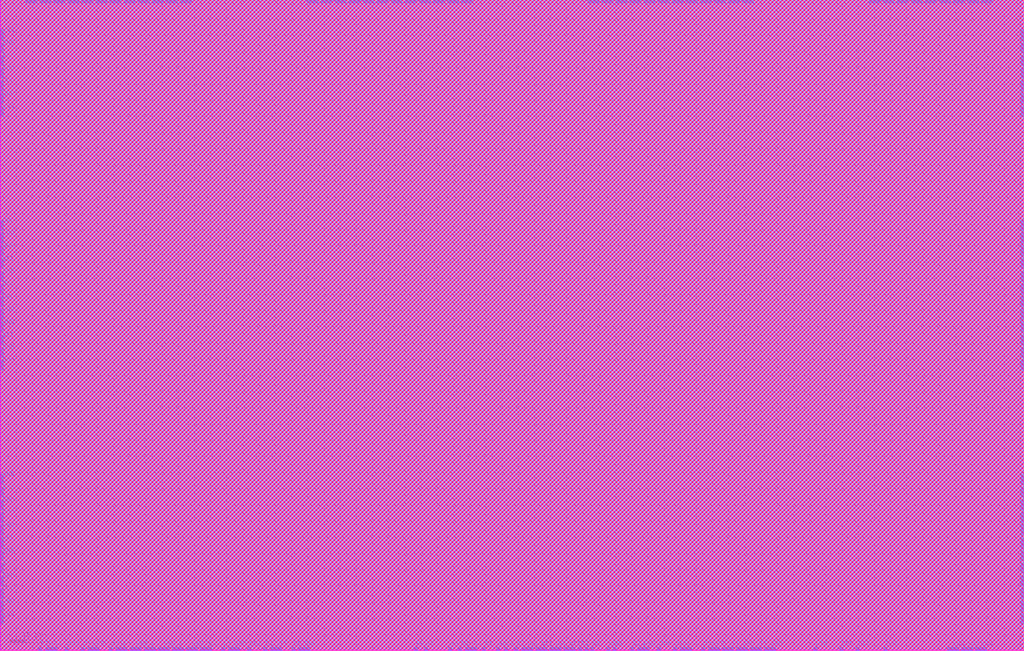
<source format=lef>
# 
#              Synchronous High Speed Single Port SRAM Compiler 
# 
#                    UMC 0.18um GenericII Logic Process
#    __________________________________________________________________________
# 
# 
#      (C) Copyright 2002-2009 Faraday Technology Corp. All Rights Reserved.
#    
#    This source code is an unpublished work belongs to Faraday Technology
#    Corp.  It is considered a trade secret and is not to be divulged or
#    used by parties who have not received written authorization from
#    Faraday Technology Corp.
#    
#    Faraday's home page can be found at:
#    http://www.faraday-tech.com/
#   
#       Module Name      : MEM5x5
#       Words            : 416
#       Bits             : 8
#       Byte-Write       : 1
#       Aspect Ratio     : 2
#       Output Loading   : 0.05  (pf)
#       Data Slew        : 0.02  (ns)
#       CK Slew          : 0.02  (ns)
#       Power Ring Width : 2  (um)
# 
# -----------------------------------------------------------------------------
# 
#       Library          : FSA0M_A
#       Memaker          : 200901.2.1
#       Date             : 2023/11/28 01:36:31
# 
# -----------------------------------------------------------------------------


NAMESCASESENSITIVE ON ;
MACRO MEM5x5
CLASS BLOCK ;
FOREIGN MEM5x5 0.000 0.000 ;
ORIGIN 0.000 0.000 ;
SIZE 316.200 BY 201.040 ;
SYMMETRY x y r90 ;
SITE core_5040 ;
PIN VCC
  DIRECTION INOUT ;
  USE POWER ;
  SHAPE ABUTMENT ;
 PORT
  LAYER metal4 ;
  RECT 315.080 188.500 316.200 191.740 ;
  LAYER metal3 ;
  RECT 315.080 188.500 316.200 191.740 ;
  LAYER metal2 ;
  RECT 315.080 188.500 316.200 191.740 ;
  LAYER metal1 ;
  RECT 315.080 188.500 316.200 191.740 ;
 END
 PORT
  LAYER metal4 ;
  RECT 315.080 180.660 316.200 183.900 ;
  LAYER metal3 ;
  RECT 315.080 180.660 316.200 183.900 ;
  LAYER metal2 ;
  RECT 315.080 180.660 316.200 183.900 ;
  LAYER metal1 ;
  RECT 315.080 180.660 316.200 183.900 ;
 END
 PORT
  LAYER metal4 ;
  RECT 315.080 172.820 316.200 176.060 ;
  LAYER metal3 ;
  RECT 315.080 172.820 316.200 176.060 ;
  LAYER metal2 ;
  RECT 315.080 172.820 316.200 176.060 ;
  LAYER metal1 ;
  RECT 315.080 172.820 316.200 176.060 ;
 END
 PORT
  LAYER metal4 ;
  RECT 315.080 164.980 316.200 168.220 ;
  LAYER metal3 ;
  RECT 315.080 164.980 316.200 168.220 ;
  LAYER metal2 ;
  RECT 315.080 164.980 316.200 168.220 ;
  LAYER metal1 ;
  RECT 315.080 164.980 316.200 168.220 ;
 END
 PORT
  LAYER metal4 ;
  RECT 315.080 125.780 316.200 129.020 ;
  LAYER metal3 ;
  RECT 315.080 125.780 316.200 129.020 ;
  LAYER metal2 ;
  RECT 315.080 125.780 316.200 129.020 ;
  LAYER metal1 ;
  RECT 315.080 125.780 316.200 129.020 ;
 END
 PORT
  LAYER metal4 ;
  RECT 315.080 117.940 316.200 121.180 ;
  LAYER metal3 ;
  RECT 315.080 117.940 316.200 121.180 ;
  LAYER metal2 ;
  RECT 315.080 117.940 316.200 121.180 ;
  LAYER metal1 ;
  RECT 315.080 117.940 316.200 121.180 ;
 END
 PORT
  LAYER metal4 ;
  RECT 315.080 110.100 316.200 113.340 ;
  LAYER metal3 ;
  RECT 315.080 110.100 316.200 113.340 ;
  LAYER metal2 ;
  RECT 315.080 110.100 316.200 113.340 ;
  LAYER metal1 ;
  RECT 315.080 110.100 316.200 113.340 ;
 END
 PORT
  LAYER metal4 ;
  RECT 315.080 102.260 316.200 105.500 ;
  LAYER metal3 ;
  RECT 315.080 102.260 316.200 105.500 ;
  LAYER metal2 ;
  RECT 315.080 102.260 316.200 105.500 ;
  LAYER metal1 ;
  RECT 315.080 102.260 316.200 105.500 ;
 END
 PORT
  LAYER metal4 ;
  RECT 315.080 94.420 316.200 97.660 ;
  LAYER metal3 ;
  RECT 315.080 94.420 316.200 97.660 ;
  LAYER metal2 ;
  RECT 315.080 94.420 316.200 97.660 ;
  LAYER metal1 ;
  RECT 315.080 94.420 316.200 97.660 ;
 END
 PORT
  LAYER metal4 ;
  RECT 315.080 86.580 316.200 89.820 ;
  LAYER metal3 ;
  RECT 315.080 86.580 316.200 89.820 ;
  LAYER metal2 ;
  RECT 315.080 86.580 316.200 89.820 ;
  LAYER metal1 ;
  RECT 315.080 86.580 316.200 89.820 ;
 END
 PORT
  LAYER metal4 ;
  RECT 315.080 47.380 316.200 50.620 ;
  LAYER metal3 ;
  RECT 315.080 47.380 316.200 50.620 ;
  LAYER metal2 ;
  RECT 315.080 47.380 316.200 50.620 ;
  LAYER metal1 ;
  RECT 315.080 47.380 316.200 50.620 ;
 END
 PORT
  LAYER metal4 ;
  RECT 315.080 39.540 316.200 42.780 ;
  LAYER metal3 ;
  RECT 315.080 39.540 316.200 42.780 ;
  LAYER metal2 ;
  RECT 315.080 39.540 316.200 42.780 ;
  LAYER metal1 ;
  RECT 315.080 39.540 316.200 42.780 ;
 END
 PORT
  LAYER metal4 ;
  RECT 315.080 31.700 316.200 34.940 ;
  LAYER metal3 ;
  RECT 315.080 31.700 316.200 34.940 ;
  LAYER metal2 ;
  RECT 315.080 31.700 316.200 34.940 ;
  LAYER metal1 ;
  RECT 315.080 31.700 316.200 34.940 ;
 END
 PORT
  LAYER metal4 ;
  RECT 315.080 23.860 316.200 27.100 ;
  LAYER metal3 ;
  RECT 315.080 23.860 316.200 27.100 ;
  LAYER metal2 ;
  RECT 315.080 23.860 316.200 27.100 ;
  LAYER metal1 ;
  RECT 315.080 23.860 316.200 27.100 ;
 END
 PORT
  LAYER metal4 ;
  RECT 315.080 16.020 316.200 19.260 ;
  LAYER metal3 ;
  RECT 315.080 16.020 316.200 19.260 ;
  LAYER metal2 ;
  RECT 315.080 16.020 316.200 19.260 ;
  LAYER metal1 ;
  RECT 315.080 16.020 316.200 19.260 ;
 END
 PORT
  LAYER metal4 ;
  RECT 315.080 8.180 316.200 11.420 ;
  LAYER metal3 ;
  RECT 315.080 8.180 316.200 11.420 ;
  LAYER metal2 ;
  RECT 315.080 8.180 316.200 11.420 ;
  LAYER metal1 ;
  RECT 315.080 8.180 316.200 11.420 ;
 END
 PORT
  LAYER metal4 ;
  RECT 0.000 188.500 1.120 191.740 ;
  LAYER metal3 ;
  RECT 0.000 188.500 1.120 191.740 ;
  LAYER metal2 ;
  RECT 0.000 188.500 1.120 191.740 ;
  LAYER metal1 ;
  RECT 0.000 188.500 1.120 191.740 ;
 END
 PORT
  LAYER metal4 ;
  RECT 0.000 180.660 1.120 183.900 ;
  LAYER metal3 ;
  RECT 0.000 180.660 1.120 183.900 ;
  LAYER metal2 ;
  RECT 0.000 180.660 1.120 183.900 ;
  LAYER metal1 ;
  RECT 0.000 180.660 1.120 183.900 ;
 END
 PORT
  LAYER metal4 ;
  RECT 0.000 172.820 1.120 176.060 ;
  LAYER metal3 ;
  RECT 0.000 172.820 1.120 176.060 ;
  LAYER metal2 ;
  RECT 0.000 172.820 1.120 176.060 ;
  LAYER metal1 ;
  RECT 0.000 172.820 1.120 176.060 ;
 END
 PORT
  LAYER metal4 ;
  RECT 0.000 164.980 1.120 168.220 ;
  LAYER metal3 ;
  RECT 0.000 164.980 1.120 168.220 ;
  LAYER metal2 ;
  RECT 0.000 164.980 1.120 168.220 ;
  LAYER metal1 ;
  RECT 0.000 164.980 1.120 168.220 ;
 END
 PORT
  LAYER metal4 ;
  RECT 0.000 125.780 1.120 129.020 ;
  LAYER metal3 ;
  RECT 0.000 125.780 1.120 129.020 ;
  LAYER metal2 ;
  RECT 0.000 125.780 1.120 129.020 ;
  LAYER metal1 ;
  RECT 0.000 125.780 1.120 129.020 ;
 END
 PORT
  LAYER metal4 ;
  RECT 0.000 117.940 1.120 121.180 ;
  LAYER metal3 ;
  RECT 0.000 117.940 1.120 121.180 ;
  LAYER metal2 ;
  RECT 0.000 117.940 1.120 121.180 ;
  LAYER metal1 ;
  RECT 0.000 117.940 1.120 121.180 ;
 END
 PORT
  LAYER metal4 ;
  RECT 0.000 110.100 1.120 113.340 ;
  LAYER metal3 ;
  RECT 0.000 110.100 1.120 113.340 ;
  LAYER metal2 ;
  RECT 0.000 110.100 1.120 113.340 ;
  LAYER metal1 ;
  RECT 0.000 110.100 1.120 113.340 ;
 END
 PORT
  LAYER metal4 ;
  RECT 0.000 102.260 1.120 105.500 ;
  LAYER metal3 ;
  RECT 0.000 102.260 1.120 105.500 ;
  LAYER metal2 ;
  RECT 0.000 102.260 1.120 105.500 ;
  LAYER metal1 ;
  RECT 0.000 102.260 1.120 105.500 ;
 END
 PORT
  LAYER metal4 ;
  RECT 0.000 94.420 1.120 97.660 ;
  LAYER metal3 ;
  RECT 0.000 94.420 1.120 97.660 ;
  LAYER metal2 ;
  RECT 0.000 94.420 1.120 97.660 ;
  LAYER metal1 ;
  RECT 0.000 94.420 1.120 97.660 ;
 END
 PORT
  LAYER metal4 ;
  RECT 0.000 86.580 1.120 89.820 ;
  LAYER metal3 ;
  RECT 0.000 86.580 1.120 89.820 ;
  LAYER metal2 ;
  RECT 0.000 86.580 1.120 89.820 ;
  LAYER metal1 ;
  RECT 0.000 86.580 1.120 89.820 ;
 END
 PORT
  LAYER metal4 ;
  RECT 0.000 47.380 1.120 50.620 ;
  LAYER metal3 ;
  RECT 0.000 47.380 1.120 50.620 ;
  LAYER metal2 ;
  RECT 0.000 47.380 1.120 50.620 ;
  LAYER metal1 ;
  RECT 0.000 47.380 1.120 50.620 ;
 END
 PORT
  LAYER metal4 ;
  RECT 0.000 39.540 1.120 42.780 ;
  LAYER metal3 ;
  RECT 0.000 39.540 1.120 42.780 ;
  LAYER metal2 ;
  RECT 0.000 39.540 1.120 42.780 ;
  LAYER metal1 ;
  RECT 0.000 39.540 1.120 42.780 ;
 END
 PORT
  LAYER metal4 ;
  RECT 0.000 31.700 1.120 34.940 ;
  LAYER metal3 ;
  RECT 0.000 31.700 1.120 34.940 ;
  LAYER metal2 ;
  RECT 0.000 31.700 1.120 34.940 ;
  LAYER metal1 ;
  RECT 0.000 31.700 1.120 34.940 ;
 END
 PORT
  LAYER metal4 ;
  RECT 0.000 23.860 1.120 27.100 ;
  LAYER metal3 ;
  RECT 0.000 23.860 1.120 27.100 ;
  LAYER metal2 ;
  RECT 0.000 23.860 1.120 27.100 ;
  LAYER metal1 ;
  RECT 0.000 23.860 1.120 27.100 ;
 END
 PORT
  LAYER metal4 ;
  RECT 0.000 16.020 1.120 19.260 ;
  LAYER metal3 ;
  RECT 0.000 16.020 1.120 19.260 ;
  LAYER metal2 ;
  RECT 0.000 16.020 1.120 19.260 ;
  LAYER metal1 ;
  RECT 0.000 16.020 1.120 19.260 ;
 END
 PORT
  LAYER metal4 ;
  RECT 0.000 8.180 1.120 11.420 ;
  LAYER metal3 ;
  RECT 0.000 8.180 1.120 11.420 ;
  LAYER metal2 ;
  RECT 0.000 8.180 1.120 11.420 ;
  LAYER metal1 ;
  RECT 0.000 8.180 1.120 11.420 ;
 END
 PORT
  LAYER metal4 ;
  RECT 302.960 199.920 306.500 201.040 ;
  LAYER metal3 ;
  RECT 302.960 199.920 306.500 201.040 ;
  LAYER metal2 ;
  RECT 302.960 199.920 306.500 201.040 ;
  LAYER metal1 ;
  RECT 302.960 199.920 306.500 201.040 ;
 END
 PORT
  LAYER metal4 ;
  RECT 294.280 199.920 297.820 201.040 ;
  LAYER metal3 ;
  RECT 294.280 199.920 297.820 201.040 ;
  LAYER metal2 ;
  RECT 294.280 199.920 297.820 201.040 ;
  LAYER metal1 ;
  RECT 294.280 199.920 297.820 201.040 ;
 END
 PORT
  LAYER metal4 ;
  RECT 285.600 199.920 289.140 201.040 ;
  LAYER metal3 ;
  RECT 285.600 199.920 289.140 201.040 ;
  LAYER metal2 ;
  RECT 285.600 199.920 289.140 201.040 ;
  LAYER metal1 ;
  RECT 285.600 199.920 289.140 201.040 ;
 END
 PORT
  LAYER metal4 ;
  RECT 276.920 199.920 280.460 201.040 ;
  LAYER metal3 ;
  RECT 276.920 199.920 280.460 201.040 ;
  LAYER metal2 ;
  RECT 276.920 199.920 280.460 201.040 ;
  LAYER metal1 ;
  RECT 276.920 199.920 280.460 201.040 ;
 END
 PORT
  LAYER metal4 ;
  RECT 268.240 199.920 271.780 201.040 ;
  LAYER metal3 ;
  RECT 268.240 199.920 271.780 201.040 ;
  LAYER metal2 ;
  RECT 268.240 199.920 271.780 201.040 ;
  LAYER metal1 ;
  RECT 268.240 199.920 271.780 201.040 ;
 END
 PORT
  LAYER metal4 ;
  RECT 224.840 199.920 228.380 201.040 ;
  LAYER metal3 ;
  RECT 224.840 199.920 228.380 201.040 ;
  LAYER metal2 ;
  RECT 224.840 199.920 228.380 201.040 ;
  LAYER metal1 ;
  RECT 224.840 199.920 228.380 201.040 ;
 END
 PORT
  LAYER metal4 ;
  RECT 216.160 199.920 219.700 201.040 ;
  LAYER metal3 ;
  RECT 216.160 199.920 219.700 201.040 ;
  LAYER metal2 ;
  RECT 216.160 199.920 219.700 201.040 ;
  LAYER metal1 ;
  RECT 216.160 199.920 219.700 201.040 ;
 END
 PORT
  LAYER metal4 ;
  RECT 207.480 199.920 211.020 201.040 ;
  LAYER metal3 ;
  RECT 207.480 199.920 211.020 201.040 ;
  LAYER metal2 ;
  RECT 207.480 199.920 211.020 201.040 ;
  LAYER metal1 ;
  RECT 207.480 199.920 211.020 201.040 ;
 END
 PORT
  LAYER metal4 ;
  RECT 198.800 199.920 202.340 201.040 ;
  LAYER metal3 ;
  RECT 198.800 199.920 202.340 201.040 ;
  LAYER metal2 ;
  RECT 198.800 199.920 202.340 201.040 ;
  LAYER metal1 ;
  RECT 198.800 199.920 202.340 201.040 ;
 END
 PORT
  LAYER metal4 ;
  RECT 190.120 199.920 193.660 201.040 ;
  LAYER metal3 ;
  RECT 190.120 199.920 193.660 201.040 ;
  LAYER metal2 ;
  RECT 190.120 199.920 193.660 201.040 ;
  LAYER metal1 ;
  RECT 190.120 199.920 193.660 201.040 ;
 END
 PORT
  LAYER metal4 ;
  RECT 181.440 199.920 184.980 201.040 ;
  LAYER metal3 ;
  RECT 181.440 199.920 184.980 201.040 ;
  LAYER metal2 ;
  RECT 181.440 199.920 184.980 201.040 ;
  LAYER metal1 ;
  RECT 181.440 199.920 184.980 201.040 ;
 END
 PORT
  LAYER metal4 ;
  RECT 138.040 199.920 141.580 201.040 ;
  LAYER metal3 ;
  RECT 138.040 199.920 141.580 201.040 ;
  LAYER metal2 ;
  RECT 138.040 199.920 141.580 201.040 ;
  LAYER metal1 ;
  RECT 138.040 199.920 141.580 201.040 ;
 END
 PORT
  LAYER metal4 ;
  RECT 129.360 199.920 132.900 201.040 ;
  LAYER metal3 ;
  RECT 129.360 199.920 132.900 201.040 ;
  LAYER metal2 ;
  RECT 129.360 199.920 132.900 201.040 ;
  LAYER metal1 ;
  RECT 129.360 199.920 132.900 201.040 ;
 END
 PORT
  LAYER metal4 ;
  RECT 120.680 199.920 124.220 201.040 ;
  LAYER metal3 ;
  RECT 120.680 199.920 124.220 201.040 ;
  LAYER metal2 ;
  RECT 120.680 199.920 124.220 201.040 ;
  LAYER metal1 ;
  RECT 120.680 199.920 124.220 201.040 ;
 END
 PORT
  LAYER metal4 ;
  RECT 112.000 199.920 115.540 201.040 ;
  LAYER metal3 ;
  RECT 112.000 199.920 115.540 201.040 ;
  LAYER metal2 ;
  RECT 112.000 199.920 115.540 201.040 ;
  LAYER metal1 ;
  RECT 112.000 199.920 115.540 201.040 ;
 END
 PORT
  LAYER metal4 ;
  RECT 103.320 199.920 106.860 201.040 ;
  LAYER metal3 ;
  RECT 103.320 199.920 106.860 201.040 ;
  LAYER metal2 ;
  RECT 103.320 199.920 106.860 201.040 ;
  LAYER metal1 ;
  RECT 103.320 199.920 106.860 201.040 ;
 END
 PORT
  LAYER metal4 ;
  RECT 94.640 199.920 98.180 201.040 ;
  LAYER metal3 ;
  RECT 94.640 199.920 98.180 201.040 ;
  LAYER metal2 ;
  RECT 94.640 199.920 98.180 201.040 ;
  LAYER metal1 ;
  RECT 94.640 199.920 98.180 201.040 ;
 END
 PORT
  LAYER metal4 ;
  RECT 51.240 199.920 54.780 201.040 ;
  LAYER metal3 ;
  RECT 51.240 199.920 54.780 201.040 ;
  LAYER metal2 ;
  RECT 51.240 199.920 54.780 201.040 ;
  LAYER metal1 ;
  RECT 51.240 199.920 54.780 201.040 ;
 END
 PORT
  LAYER metal4 ;
  RECT 42.560 199.920 46.100 201.040 ;
  LAYER metal3 ;
  RECT 42.560 199.920 46.100 201.040 ;
  LAYER metal2 ;
  RECT 42.560 199.920 46.100 201.040 ;
  LAYER metal1 ;
  RECT 42.560 199.920 46.100 201.040 ;
 END
 PORT
  LAYER metal4 ;
  RECT 33.880 199.920 37.420 201.040 ;
  LAYER metal3 ;
  RECT 33.880 199.920 37.420 201.040 ;
  LAYER metal2 ;
  RECT 33.880 199.920 37.420 201.040 ;
  LAYER metal1 ;
  RECT 33.880 199.920 37.420 201.040 ;
 END
 PORT
  LAYER metal4 ;
  RECT 25.200 199.920 28.740 201.040 ;
  LAYER metal3 ;
  RECT 25.200 199.920 28.740 201.040 ;
  LAYER metal2 ;
  RECT 25.200 199.920 28.740 201.040 ;
  LAYER metal1 ;
  RECT 25.200 199.920 28.740 201.040 ;
 END
 PORT
  LAYER metal4 ;
  RECT 16.520 199.920 20.060 201.040 ;
  LAYER metal3 ;
  RECT 16.520 199.920 20.060 201.040 ;
  LAYER metal2 ;
  RECT 16.520 199.920 20.060 201.040 ;
  LAYER metal1 ;
  RECT 16.520 199.920 20.060 201.040 ;
 END
 PORT
  LAYER metal4 ;
  RECT 7.840 199.920 11.380 201.040 ;
  LAYER metal3 ;
  RECT 7.840 199.920 11.380 201.040 ;
  LAYER metal2 ;
  RECT 7.840 199.920 11.380 201.040 ;
  LAYER metal1 ;
  RECT 7.840 199.920 11.380 201.040 ;
 END
 PORT
  LAYER metal4 ;
  RECT 301.100 0.000 304.640 1.120 ;
  LAYER metal3 ;
  RECT 301.100 0.000 304.640 1.120 ;
  LAYER metal2 ;
  RECT 301.100 0.000 304.640 1.120 ;
  LAYER metal1 ;
  RECT 301.100 0.000 304.640 1.120 ;
 END
 PORT
  LAYER metal4 ;
  RECT 292.420 0.000 295.960 1.120 ;
  LAYER metal3 ;
  RECT 292.420 0.000 295.960 1.120 ;
  LAYER metal2 ;
  RECT 292.420 0.000 295.960 1.120 ;
  LAYER metal1 ;
  RECT 292.420 0.000 295.960 1.120 ;
 END
 PORT
  LAYER metal4 ;
  RECT 231.660 0.000 235.200 1.120 ;
  LAYER metal3 ;
  RECT 231.660 0.000 235.200 1.120 ;
  LAYER metal2 ;
  RECT 231.660 0.000 235.200 1.120 ;
  LAYER metal1 ;
  RECT 231.660 0.000 235.200 1.120 ;
 END
 PORT
  LAYER metal4 ;
  RECT 222.980 0.000 226.520 1.120 ;
  LAYER metal3 ;
  RECT 222.980 0.000 226.520 1.120 ;
  LAYER metal2 ;
  RECT 222.980 0.000 226.520 1.120 ;
  LAYER metal1 ;
  RECT 222.980 0.000 226.520 1.120 ;
 END
 PORT
  LAYER metal4 ;
  RECT 209.960 0.000 213.500 1.120 ;
  LAYER metal3 ;
  RECT 209.960 0.000 213.500 1.120 ;
  LAYER metal2 ;
  RECT 209.960 0.000 213.500 1.120 ;
  LAYER metal1 ;
  RECT 209.960 0.000 213.500 1.120 ;
 END
 PORT
  LAYER metal4 ;
  RECT 174.000 0.000 177.540 1.120 ;
  LAYER metal3 ;
  RECT 174.000 0.000 177.540 1.120 ;
  LAYER metal2 ;
  RECT 174.000 0.000 177.540 1.120 ;
  LAYER metal1 ;
  RECT 174.000 0.000 177.540 1.120 ;
 END
 PORT
  LAYER metal4 ;
  RECT 165.320 0.000 168.860 1.120 ;
  LAYER metal3 ;
  RECT 165.320 0.000 168.860 1.120 ;
  LAYER metal2 ;
  RECT 165.320 0.000 168.860 1.120 ;
  LAYER metal1 ;
  RECT 165.320 0.000 168.860 1.120 ;
 END
 PORT
  LAYER metal4 ;
  RECT 143.620 0.000 147.160 1.120 ;
  LAYER metal3 ;
  RECT 143.620 0.000 147.160 1.120 ;
  LAYER metal2 ;
  RECT 143.620 0.000 147.160 1.120 ;
  LAYER metal1 ;
  RECT 143.620 0.000 147.160 1.120 ;
 END
 PORT
  LAYER metal4 ;
  RECT 83.480 0.000 87.020 1.120 ;
  LAYER metal3 ;
  RECT 83.480 0.000 87.020 1.120 ;
  LAYER metal2 ;
  RECT 83.480 0.000 87.020 1.120 ;
  LAYER metal1 ;
  RECT 83.480 0.000 87.020 1.120 ;
 END
 PORT
  LAYER metal4 ;
  RECT 61.780 0.000 65.320 1.120 ;
  LAYER metal3 ;
  RECT 61.780 0.000 65.320 1.120 ;
  LAYER metal2 ;
  RECT 61.780 0.000 65.320 1.120 ;
  LAYER metal1 ;
  RECT 61.780 0.000 65.320 1.120 ;
 END
 PORT
  LAYER metal4 ;
  RECT 53.100 0.000 56.640 1.120 ;
  LAYER metal3 ;
  RECT 53.100 0.000 56.640 1.120 ;
  LAYER metal2 ;
  RECT 53.100 0.000 56.640 1.120 ;
  LAYER metal1 ;
  RECT 53.100 0.000 56.640 1.120 ;
 END
 PORT
  LAYER metal4 ;
  RECT 44.420 0.000 47.960 1.120 ;
  LAYER metal3 ;
  RECT 44.420 0.000 47.960 1.120 ;
  LAYER metal2 ;
  RECT 44.420 0.000 47.960 1.120 ;
  LAYER metal1 ;
  RECT 44.420 0.000 47.960 1.120 ;
 END
 PORT
  LAYER metal4 ;
  RECT 35.740 0.000 39.280 1.120 ;
  LAYER metal3 ;
  RECT 35.740 0.000 39.280 1.120 ;
  LAYER metal2 ;
  RECT 35.740 0.000 39.280 1.120 ;
  LAYER metal1 ;
  RECT 35.740 0.000 39.280 1.120 ;
 END
 PORT
  LAYER metal4 ;
  RECT 14.040 0.000 17.580 1.120 ;
  LAYER metal3 ;
  RECT 14.040 0.000 17.580 1.120 ;
  LAYER metal2 ;
  RECT 14.040 0.000 17.580 1.120 ;
  LAYER metal1 ;
  RECT 14.040 0.000 17.580 1.120 ;
 END
END VCC
PIN GND
  DIRECTION INOUT ;
  USE GROUND ;
  SHAPE ABUTMENT ;
 PORT
  LAYER metal4 ;
  RECT 315.080 184.580 316.200 187.820 ;
  LAYER metal3 ;
  RECT 315.080 184.580 316.200 187.820 ;
  LAYER metal2 ;
  RECT 315.080 184.580 316.200 187.820 ;
  LAYER metal1 ;
  RECT 315.080 184.580 316.200 187.820 ;
 END
 PORT
  LAYER metal4 ;
  RECT 315.080 176.740 316.200 179.980 ;
  LAYER metal3 ;
  RECT 315.080 176.740 316.200 179.980 ;
  LAYER metal2 ;
  RECT 315.080 176.740 316.200 179.980 ;
  LAYER metal1 ;
  RECT 315.080 176.740 316.200 179.980 ;
 END
 PORT
  LAYER metal4 ;
  RECT 315.080 168.900 316.200 172.140 ;
  LAYER metal3 ;
  RECT 315.080 168.900 316.200 172.140 ;
  LAYER metal2 ;
  RECT 315.080 168.900 316.200 172.140 ;
  LAYER metal1 ;
  RECT 315.080 168.900 316.200 172.140 ;
 END
 PORT
  LAYER metal4 ;
  RECT 315.080 129.700 316.200 132.940 ;
  LAYER metal3 ;
  RECT 315.080 129.700 316.200 132.940 ;
  LAYER metal2 ;
  RECT 315.080 129.700 316.200 132.940 ;
  LAYER metal1 ;
  RECT 315.080 129.700 316.200 132.940 ;
 END
 PORT
  LAYER metal4 ;
  RECT 315.080 121.860 316.200 125.100 ;
  LAYER metal3 ;
  RECT 315.080 121.860 316.200 125.100 ;
  LAYER metal2 ;
  RECT 315.080 121.860 316.200 125.100 ;
  LAYER metal1 ;
  RECT 315.080 121.860 316.200 125.100 ;
 END
 PORT
  LAYER metal4 ;
  RECT 315.080 114.020 316.200 117.260 ;
  LAYER metal3 ;
  RECT 315.080 114.020 316.200 117.260 ;
  LAYER metal2 ;
  RECT 315.080 114.020 316.200 117.260 ;
  LAYER metal1 ;
  RECT 315.080 114.020 316.200 117.260 ;
 END
 PORT
  LAYER metal4 ;
  RECT 315.080 106.180 316.200 109.420 ;
  LAYER metal3 ;
  RECT 315.080 106.180 316.200 109.420 ;
  LAYER metal2 ;
  RECT 315.080 106.180 316.200 109.420 ;
  LAYER metal1 ;
  RECT 315.080 106.180 316.200 109.420 ;
 END
 PORT
  LAYER metal4 ;
  RECT 315.080 98.340 316.200 101.580 ;
  LAYER metal3 ;
  RECT 315.080 98.340 316.200 101.580 ;
  LAYER metal2 ;
  RECT 315.080 98.340 316.200 101.580 ;
  LAYER metal1 ;
  RECT 315.080 98.340 316.200 101.580 ;
 END
 PORT
  LAYER metal4 ;
  RECT 315.080 90.500 316.200 93.740 ;
  LAYER metal3 ;
  RECT 315.080 90.500 316.200 93.740 ;
  LAYER metal2 ;
  RECT 315.080 90.500 316.200 93.740 ;
  LAYER metal1 ;
  RECT 315.080 90.500 316.200 93.740 ;
 END
 PORT
  LAYER metal4 ;
  RECT 315.080 51.300 316.200 54.540 ;
  LAYER metal3 ;
  RECT 315.080 51.300 316.200 54.540 ;
  LAYER metal2 ;
  RECT 315.080 51.300 316.200 54.540 ;
  LAYER metal1 ;
  RECT 315.080 51.300 316.200 54.540 ;
 END
 PORT
  LAYER metal4 ;
  RECT 315.080 43.460 316.200 46.700 ;
  LAYER metal3 ;
  RECT 315.080 43.460 316.200 46.700 ;
  LAYER metal2 ;
  RECT 315.080 43.460 316.200 46.700 ;
  LAYER metal1 ;
  RECT 315.080 43.460 316.200 46.700 ;
 END
 PORT
  LAYER metal4 ;
  RECT 315.080 35.620 316.200 38.860 ;
  LAYER metal3 ;
  RECT 315.080 35.620 316.200 38.860 ;
  LAYER metal2 ;
  RECT 315.080 35.620 316.200 38.860 ;
  LAYER metal1 ;
  RECT 315.080 35.620 316.200 38.860 ;
 END
 PORT
  LAYER metal4 ;
  RECT 315.080 27.780 316.200 31.020 ;
  LAYER metal3 ;
  RECT 315.080 27.780 316.200 31.020 ;
  LAYER metal2 ;
  RECT 315.080 27.780 316.200 31.020 ;
  LAYER metal1 ;
  RECT 315.080 27.780 316.200 31.020 ;
 END
 PORT
  LAYER metal4 ;
  RECT 315.080 19.940 316.200 23.180 ;
  LAYER metal3 ;
  RECT 315.080 19.940 316.200 23.180 ;
  LAYER metal2 ;
  RECT 315.080 19.940 316.200 23.180 ;
  LAYER metal1 ;
  RECT 315.080 19.940 316.200 23.180 ;
 END
 PORT
  LAYER metal4 ;
  RECT 315.080 12.100 316.200 15.340 ;
  LAYER metal3 ;
  RECT 315.080 12.100 316.200 15.340 ;
  LAYER metal2 ;
  RECT 315.080 12.100 316.200 15.340 ;
  LAYER metal1 ;
  RECT 315.080 12.100 316.200 15.340 ;
 END
 PORT
  LAYER metal4 ;
  RECT 0.000 184.580 1.120 187.820 ;
  LAYER metal3 ;
  RECT 0.000 184.580 1.120 187.820 ;
  LAYER metal2 ;
  RECT 0.000 184.580 1.120 187.820 ;
  LAYER metal1 ;
  RECT 0.000 184.580 1.120 187.820 ;
 END
 PORT
  LAYER metal4 ;
  RECT 0.000 176.740 1.120 179.980 ;
  LAYER metal3 ;
  RECT 0.000 176.740 1.120 179.980 ;
  LAYER metal2 ;
  RECT 0.000 176.740 1.120 179.980 ;
  LAYER metal1 ;
  RECT 0.000 176.740 1.120 179.980 ;
 END
 PORT
  LAYER metal4 ;
  RECT 0.000 168.900 1.120 172.140 ;
  LAYER metal3 ;
  RECT 0.000 168.900 1.120 172.140 ;
  LAYER metal2 ;
  RECT 0.000 168.900 1.120 172.140 ;
  LAYER metal1 ;
  RECT 0.000 168.900 1.120 172.140 ;
 END
 PORT
  LAYER metal4 ;
  RECT 0.000 129.700 1.120 132.940 ;
  LAYER metal3 ;
  RECT 0.000 129.700 1.120 132.940 ;
  LAYER metal2 ;
  RECT 0.000 129.700 1.120 132.940 ;
  LAYER metal1 ;
  RECT 0.000 129.700 1.120 132.940 ;
 END
 PORT
  LAYER metal4 ;
  RECT 0.000 121.860 1.120 125.100 ;
  LAYER metal3 ;
  RECT 0.000 121.860 1.120 125.100 ;
  LAYER metal2 ;
  RECT 0.000 121.860 1.120 125.100 ;
  LAYER metal1 ;
  RECT 0.000 121.860 1.120 125.100 ;
 END
 PORT
  LAYER metal4 ;
  RECT 0.000 114.020 1.120 117.260 ;
  LAYER metal3 ;
  RECT 0.000 114.020 1.120 117.260 ;
  LAYER metal2 ;
  RECT 0.000 114.020 1.120 117.260 ;
  LAYER metal1 ;
  RECT 0.000 114.020 1.120 117.260 ;
 END
 PORT
  LAYER metal4 ;
  RECT 0.000 106.180 1.120 109.420 ;
  LAYER metal3 ;
  RECT 0.000 106.180 1.120 109.420 ;
  LAYER metal2 ;
  RECT 0.000 106.180 1.120 109.420 ;
  LAYER metal1 ;
  RECT 0.000 106.180 1.120 109.420 ;
 END
 PORT
  LAYER metal4 ;
  RECT 0.000 98.340 1.120 101.580 ;
  LAYER metal3 ;
  RECT 0.000 98.340 1.120 101.580 ;
  LAYER metal2 ;
  RECT 0.000 98.340 1.120 101.580 ;
  LAYER metal1 ;
  RECT 0.000 98.340 1.120 101.580 ;
 END
 PORT
  LAYER metal4 ;
  RECT 0.000 90.500 1.120 93.740 ;
  LAYER metal3 ;
  RECT 0.000 90.500 1.120 93.740 ;
  LAYER metal2 ;
  RECT 0.000 90.500 1.120 93.740 ;
  LAYER metal1 ;
  RECT 0.000 90.500 1.120 93.740 ;
 END
 PORT
  LAYER metal4 ;
  RECT 0.000 51.300 1.120 54.540 ;
  LAYER metal3 ;
  RECT 0.000 51.300 1.120 54.540 ;
  LAYER metal2 ;
  RECT 0.000 51.300 1.120 54.540 ;
  LAYER metal1 ;
  RECT 0.000 51.300 1.120 54.540 ;
 END
 PORT
  LAYER metal4 ;
  RECT 0.000 43.460 1.120 46.700 ;
  LAYER metal3 ;
  RECT 0.000 43.460 1.120 46.700 ;
  LAYER metal2 ;
  RECT 0.000 43.460 1.120 46.700 ;
  LAYER metal1 ;
  RECT 0.000 43.460 1.120 46.700 ;
 END
 PORT
  LAYER metal4 ;
  RECT 0.000 35.620 1.120 38.860 ;
  LAYER metal3 ;
  RECT 0.000 35.620 1.120 38.860 ;
  LAYER metal2 ;
  RECT 0.000 35.620 1.120 38.860 ;
  LAYER metal1 ;
  RECT 0.000 35.620 1.120 38.860 ;
 END
 PORT
  LAYER metal4 ;
  RECT 0.000 27.780 1.120 31.020 ;
  LAYER metal3 ;
  RECT 0.000 27.780 1.120 31.020 ;
  LAYER metal2 ;
  RECT 0.000 27.780 1.120 31.020 ;
  LAYER metal1 ;
  RECT 0.000 27.780 1.120 31.020 ;
 END
 PORT
  LAYER metal4 ;
  RECT 0.000 19.940 1.120 23.180 ;
  LAYER metal3 ;
  RECT 0.000 19.940 1.120 23.180 ;
  LAYER metal2 ;
  RECT 0.000 19.940 1.120 23.180 ;
  LAYER metal1 ;
  RECT 0.000 19.940 1.120 23.180 ;
 END
 PORT
  LAYER metal4 ;
  RECT 0.000 12.100 1.120 15.340 ;
  LAYER metal3 ;
  RECT 0.000 12.100 1.120 15.340 ;
  LAYER metal2 ;
  RECT 0.000 12.100 1.120 15.340 ;
  LAYER metal1 ;
  RECT 0.000 12.100 1.120 15.340 ;
 END
 PORT
  LAYER metal4 ;
  RECT 298.620 199.920 302.160 201.040 ;
  LAYER metal3 ;
  RECT 298.620 199.920 302.160 201.040 ;
  LAYER metal2 ;
  RECT 298.620 199.920 302.160 201.040 ;
  LAYER metal1 ;
  RECT 298.620 199.920 302.160 201.040 ;
 END
 PORT
  LAYER metal4 ;
  RECT 289.940 199.920 293.480 201.040 ;
  LAYER metal3 ;
  RECT 289.940 199.920 293.480 201.040 ;
  LAYER metal2 ;
  RECT 289.940 199.920 293.480 201.040 ;
  LAYER metal1 ;
  RECT 289.940 199.920 293.480 201.040 ;
 END
 PORT
  LAYER metal4 ;
  RECT 281.260 199.920 284.800 201.040 ;
  LAYER metal3 ;
  RECT 281.260 199.920 284.800 201.040 ;
  LAYER metal2 ;
  RECT 281.260 199.920 284.800 201.040 ;
  LAYER metal1 ;
  RECT 281.260 199.920 284.800 201.040 ;
 END
 PORT
  LAYER metal4 ;
  RECT 272.580 199.920 276.120 201.040 ;
  LAYER metal3 ;
  RECT 272.580 199.920 276.120 201.040 ;
  LAYER metal2 ;
  RECT 272.580 199.920 276.120 201.040 ;
  LAYER metal1 ;
  RECT 272.580 199.920 276.120 201.040 ;
 END
 PORT
  LAYER metal4 ;
  RECT 229.180 199.920 232.720 201.040 ;
  LAYER metal3 ;
  RECT 229.180 199.920 232.720 201.040 ;
  LAYER metal2 ;
  RECT 229.180 199.920 232.720 201.040 ;
  LAYER metal1 ;
  RECT 229.180 199.920 232.720 201.040 ;
 END
 PORT
  LAYER metal4 ;
  RECT 220.500 199.920 224.040 201.040 ;
  LAYER metal3 ;
  RECT 220.500 199.920 224.040 201.040 ;
  LAYER metal2 ;
  RECT 220.500 199.920 224.040 201.040 ;
  LAYER metal1 ;
  RECT 220.500 199.920 224.040 201.040 ;
 END
 PORT
  LAYER metal4 ;
  RECT 211.820 199.920 215.360 201.040 ;
  LAYER metal3 ;
  RECT 211.820 199.920 215.360 201.040 ;
  LAYER metal2 ;
  RECT 211.820 199.920 215.360 201.040 ;
  LAYER metal1 ;
  RECT 211.820 199.920 215.360 201.040 ;
 END
 PORT
  LAYER metal4 ;
  RECT 203.140 199.920 206.680 201.040 ;
  LAYER metal3 ;
  RECT 203.140 199.920 206.680 201.040 ;
  LAYER metal2 ;
  RECT 203.140 199.920 206.680 201.040 ;
  LAYER metal1 ;
  RECT 203.140 199.920 206.680 201.040 ;
 END
 PORT
  LAYER metal4 ;
  RECT 194.460 199.920 198.000 201.040 ;
  LAYER metal3 ;
  RECT 194.460 199.920 198.000 201.040 ;
  LAYER metal2 ;
  RECT 194.460 199.920 198.000 201.040 ;
  LAYER metal1 ;
  RECT 194.460 199.920 198.000 201.040 ;
 END
 PORT
  LAYER metal4 ;
  RECT 185.780 199.920 189.320 201.040 ;
  LAYER metal3 ;
  RECT 185.780 199.920 189.320 201.040 ;
  LAYER metal2 ;
  RECT 185.780 199.920 189.320 201.040 ;
  LAYER metal1 ;
  RECT 185.780 199.920 189.320 201.040 ;
 END
 PORT
  LAYER metal4 ;
  RECT 142.380 199.920 145.920 201.040 ;
  LAYER metal3 ;
  RECT 142.380 199.920 145.920 201.040 ;
  LAYER metal2 ;
  RECT 142.380 199.920 145.920 201.040 ;
  LAYER metal1 ;
  RECT 142.380 199.920 145.920 201.040 ;
 END
 PORT
  LAYER metal4 ;
  RECT 133.700 199.920 137.240 201.040 ;
  LAYER metal3 ;
  RECT 133.700 199.920 137.240 201.040 ;
  LAYER metal2 ;
  RECT 133.700 199.920 137.240 201.040 ;
  LAYER metal1 ;
  RECT 133.700 199.920 137.240 201.040 ;
 END
 PORT
  LAYER metal4 ;
  RECT 125.020 199.920 128.560 201.040 ;
  LAYER metal3 ;
  RECT 125.020 199.920 128.560 201.040 ;
  LAYER metal2 ;
  RECT 125.020 199.920 128.560 201.040 ;
  LAYER metal1 ;
  RECT 125.020 199.920 128.560 201.040 ;
 END
 PORT
  LAYER metal4 ;
  RECT 116.340 199.920 119.880 201.040 ;
  LAYER metal3 ;
  RECT 116.340 199.920 119.880 201.040 ;
  LAYER metal2 ;
  RECT 116.340 199.920 119.880 201.040 ;
  LAYER metal1 ;
  RECT 116.340 199.920 119.880 201.040 ;
 END
 PORT
  LAYER metal4 ;
  RECT 107.660 199.920 111.200 201.040 ;
  LAYER metal3 ;
  RECT 107.660 199.920 111.200 201.040 ;
  LAYER metal2 ;
  RECT 107.660 199.920 111.200 201.040 ;
  LAYER metal1 ;
  RECT 107.660 199.920 111.200 201.040 ;
 END
 PORT
  LAYER metal4 ;
  RECT 98.980 199.920 102.520 201.040 ;
  LAYER metal3 ;
  RECT 98.980 199.920 102.520 201.040 ;
  LAYER metal2 ;
  RECT 98.980 199.920 102.520 201.040 ;
  LAYER metal1 ;
  RECT 98.980 199.920 102.520 201.040 ;
 END
 PORT
  LAYER metal4 ;
  RECT 55.580 199.920 59.120 201.040 ;
  LAYER metal3 ;
  RECT 55.580 199.920 59.120 201.040 ;
  LAYER metal2 ;
  RECT 55.580 199.920 59.120 201.040 ;
  LAYER metal1 ;
  RECT 55.580 199.920 59.120 201.040 ;
 END
 PORT
  LAYER metal4 ;
  RECT 46.900 199.920 50.440 201.040 ;
  LAYER metal3 ;
  RECT 46.900 199.920 50.440 201.040 ;
  LAYER metal2 ;
  RECT 46.900 199.920 50.440 201.040 ;
  LAYER metal1 ;
  RECT 46.900 199.920 50.440 201.040 ;
 END
 PORT
  LAYER metal4 ;
  RECT 38.220 199.920 41.760 201.040 ;
  LAYER metal3 ;
  RECT 38.220 199.920 41.760 201.040 ;
  LAYER metal2 ;
  RECT 38.220 199.920 41.760 201.040 ;
  LAYER metal1 ;
  RECT 38.220 199.920 41.760 201.040 ;
 END
 PORT
  LAYER metal4 ;
  RECT 29.540 199.920 33.080 201.040 ;
  LAYER metal3 ;
  RECT 29.540 199.920 33.080 201.040 ;
  LAYER metal2 ;
  RECT 29.540 199.920 33.080 201.040 ;
  LAYER metal1 ;
  RECT 29.540 199.920 33.080 201.040 ;
 END
 PORT
  LAYER metal4 ;
  RECT 20.860 199.920 24.400 201.040 ;
  LAYER metal3 ;
  RECT 20.860 199.920 24.400 201.040 ;
  LAYER metal2 ;
  RECT 20.860 199.920 24.400 201.040 ;
  LAYER metal1 ;
  RECT 20.860 199.920 24.400 201.040 ;
 END
 PORT
  LAYER metal4 ;
  RECT 12.180 199.920 15.720 201.040 ;
  LAYER metal3 ;
  RECT 12.180 199.920 15.720 201.040 ;
  LAYER metal2 ;
  RECT 12.180 199.920 15.720 201.040 ;
  LAYER metal1 ;
  RECT 12.180 199.920 15.720 201.040 ;
 END
 PORT
  LAYER metal4 ;
  RECT 296.760 0.000 300.300 1.120 ;
  LAYER metal3 ;
  RECT 296.760 0.000 300.300 1.120 ;
  LAYER metal2 ;
  RECT 296.760 0.000 300.300 1.120 ;
  LAYER metal1 ;
  RECT 296.760 0.000 300.300 1.120 ;
 END
 PORT
  LAYER metal4 ;
  RECT 236.000 0.000 239.540 1.120 ;
  LAYER metal3 ;
  RECT 236.000 0.000 239.540 1.120 ;
  LAYER metal2 ;
  RECT 236.000 0.000 239.540 1.120 ;
  LAYER metal1 ;
  RECT 236.000 0.000 239.540 1.120 ;
 END
 PORT
  LAYER metal4 ;
  RECT 227.320 0.000 230.860 1.120 ;
  LAYER metal3 ;
  RECT 227.320 0.000 230.860 1.120 ;
  LAYER metal2 ;
  RECT 227.320 0.000 230.860 1.120 ;
  LAYER metal1 ;
  RECT 227.320 0.000 230.860 1.120 ;
 END
 PORT
  LAYER metal4 ;
  RECT 218.640 0.000 222.180 1.120 ;
  LAYER metal3 ;
  RECT 218.640 0.000 222.180 1.120 ;
  LAYER metal2 ;
  RECT 218.640 0.000 222.180 1.120 ;
  LAYER metal1 ;
  RECT 218.640 0.000 222.180 1.120 ;
 END
 PORT
  LAYER metal4 ;
  RECT 196.940 0.000 200.480 1.120 ;
  LAYER metal3 ;
  RECT 196.940 0.000 200.480 1.120 ;
  LAYER metal2 ;
  RECT 196.940 0.000 200.480 1.120 ;
  LAYER metal1 ;
  RECT 196.940 0.000 200.480 1.120 ;
 END
 PORT
  LAYER metal4 ;
  RECT 169.660 0.000 173.200 1.120 ;
  LAYER metal3 ;
  RECT 169.660 0.000 173.200 1.120 ;
  LAYER metal2 ;
  RECT 169.660 0.000 173.200 1.120 ;
  LAYER metal1 ;
  RECT 169.660 0.000 173.200 1.120 ;
 END
 PORT
  LAYER metal4 ;
  RECT 160.980 0.000 164.520 1.120 ;
  LAYER metal3 ;
  RECT 160.980 0.000 164.520 1.120 ;
  LAYER metal2 ;
  RECT 160.980 0.000 164.520 1.120 ;
  LAYER metal1 ;
  RECT 160.980 0.000 164.520 1.120 ;
 END
 PORT
  LAYER metal4 ;
  RECT 92.160 0.000 95.700 1.120 ;
  LAYER metal3 ;
  RECT 92.160 0.000 95.700 1.120 ;
  LAYER metal2 ;
  RECT 92.160 0.000 95.700 1.120 ;
  LAYER metal1 ;
  RECT 92.160 0.000 95.700 1.120 ;
 END
 PORT
  LAYER metal4 ;
  RECT 70.460 0.000 74.000 1.120 ;
  LAYER metal3 ;
  RECT 70.460 0.000 74.000 1.120 ;
  LAYER metal2 ;
  RECT 70.460 0.000 74.000 1.120 ;
  LAYER metal1 ;
  RECT 70.460 0.000 74.000 1.120 ;
 END
 PORT
  LAYER metal4 ;
  RECT 57.440 0.000 60.980 1.120 ;
  LAYER metal3 ;
  RECT 57.440 0.000 60.980 1.120 ;
  LAYER metal2 ;
  RECT 57.440 0.000 60.980 1.120 ;
  LAYER metal1 ;
  RECT 57.440 0.000 60.980 1.120 ;
 END
 PORT
  LAYER metal4 ;
  RECT 48.760 0.000 52.300 1.120 ;
  LAYER metal3 ;
  RECT 48.760 0.000 52.300 1.120 ;
  LAYER metal2 ;
  RECT 48.760 0.000 52.300 1.120 ;
  LAYER metal1 ;
  RECT 48.760 0.000 52.300 1.120 ;
 END
 PORT
  LAYER metal4 ;
  RECT 40.080 0.000 43.620 1.120 ;
  LAYER metal3 ;
  RECT 40.080 0.000 43.620 1.120 ;
  LAYER metal2 ;
  RECT 40.080 0.000 43.620 1.120 ;
  LAYER metal1 ;
  RECT 40.080 0.000 43.620 1.120 ;
 END
 PORT
  LAYER metal4 ;
  RECT 27.060 0.000 30.600 1.120 ;
  LAYER metal3 ;
  RECT 27.060 0.000 30.600 1.120 ;
  LAYER metal2 ;
  RECT 27.060 0.000 30.600 1.120 ;
  LAYER metal1 ;
  RECT 27.060 0.000 30.600 1.120 ;
 END
END GND
PIN DO7
  DIRECTION OUTPUT ;
  CAPACITANCE 0.059 ;
 PORT
  LAYER metal4 ;
  RECT 272.860 0.000 273.980 1.120 ;
  LAYER metal3 ;
  RECT 272.860 0.000 273.980 1.120 ;
  LAYER metal2 ;
  RECT 272.860 0.000 273.980 1.120 ;
  LAYER metal1 ;
  RECT 272.860 0.000 273.980 1.120 ;
 END
END DO7
PIN DI7
  DIRECTION INPUT ;
  CAPACITANCE 0.021 ;
 PORT
  LAYER metal4 ;
  RECT 264.180 0.000 265.300 1.120 ;
  LAYER metal3 ;
  RECT 264.180 0.000 265.300 1.120 ;
  LAYER metal2 ;
  RECT 264.180 0.000 265.300 1.120 ;
  LAYER metal1 ;
  RECT 264.180 0.000 265.300 1.120 ;
 END
END DI7
PIN DO6
  DIRECTION OUTPUT ;
  CAPACITANCE 0.059 ;
 PORT
  LAYER metal4 ;
  RECT 259.220 0.000 260.340 1.120 ;
  LAYER metal3 ;
  RECT 259.220 0.000 260.340 1.120 ;
  LAYER metal2 ;
  RECT 259.220 0.000 260.340 1.120 ;
  LAYER metal1 ;
  RECT 259.220 0.000 260.340 1.120 ;
 END
END DO6
PIN DI6
  DIRECTION INPUT ;
  CAPACITANCE 0.021 ;
 PORT
  LAYER metal4 ;
  RECT 251.160 0.000 252.280 1.120 ;
  LAYER metal3 ;
  RECT 251.160 0.000 252.280 1.120 ;
  LAYER metal2 ;
  RECT 251.160 0.000 252.280 1.120 ;
  LAYER metal1 ;
  RECT 251.160 0.000 252.280 1.120 ;
 END
END DI6
PIN DO5
  DIRECTION OUTPUT ;
  CAPACITANCE 0.059 ;
 PORT
  LAYER metal4 ;
  RECT 216.440 0.000 217.560 1.120 ;
  LAYER metal3 ;
  RECT 216.440 0.000 217.560 1.120 ;
  LAYER metal2 ;
  RECT 216.440 0.000 217.560 1.120 ;
  LAYER metal1 ;
  RECT 216.440 0.000 217.560 1.120 ;
 END
END DO5
PIN DI5
  DIRECTION INPUT ;
  CAPACITANCE 0.021 ;
 PORT
  LAYER metal4 ;
  RECT 207.760 0.000 208.880 1.120 ;
  LAYER metal3 ;
  RECT 207.760 0.000 208.880 1.120 ;
  LAYER metal2 ;
  RECT 207.760 0.000 208.880 1.120 ;
  LAYER metal1 ;
  RECT 207.760 0.000 208.880 1.120 ;
 END
END DI5
PIN DO4
  DIRECTION OUTPUT ;
  CAPACITANCE 0.059 ;
 PORT
  LAYER metal4 ;
  RECT 202.800 0.000 203.920 1.120 ;
  LAYER metal3 ;
  RECT 202.800 0.000 203.920 1.120 ;
  LAYER metal2 ;
  RECT 202.800 0.000 203.920 1.120 ;
  LAYER metal1 ;
  RECT 202.800 0.000 203.920 1.120 ;
 END
END DO4
PIN DI4
  DIRECTION INPUT ;
  CAPACITANCE 0.021 ;
 PORT
  LAYER metal4 ;
  RECT 194.740 0.000 195.860 1.120 ;
  LAYER metal3 ;
  RECT 194.740 0.000 195.860 1.120 ;
  LAYER metal2 ;
  RECT 194.740 0.000 195.860 1.120 ;
  LAYER metal1 ;
  RECT 194.740 0.000 195.860 1.120 ;
 END
END DI4
PIN A1
  DIRECTION INPUT ;
  CAPACITANCE 0.027 ;
 PORT
  LAYER metal4 ;
  RECT 189.160 0.000 190.280 1.120 ;
  LAYER metal3 ;
  RECT 189.160 0.000 190.280 1.120 ;
  LAYER metal2 ;
  RECT 189.160 0.000 190.280 1.120 ;
  LAYER metal1 ;
  RECT 189.160 0.000 190.280 1.120 ;
 END
END A1
PIN WEB
  DIRECTION INPUT ;
  CAPACITANCE 0.011 ;
 PORT
  LAYER metal4 ;
  RECT 187.300 0.000 188.420 1.120 ;
  LAYER metal3 ;
  RECT 187.300 0.000 188.420 1.120 ;
  LAYER metal2 ;
  RECT 187.300 0.000 188.420 1.120 ;
  LAYER metal1 ;
  RECT 187.300 0.000 188.420 1.120 ;
 END
END WEB
PIN OE
  DIRECTION INPUT ;
  CAPACITANCE 0.033 ;
 PORT
  LAYER metal4 ;
  RECT 182.340 0.000 183.460 1.120 ;
  LAYER metal3 ;
  RECT 182.340 0.000 183.460 1.120 ;
  LAYER metal2 ;
  RECT 182.340 0.000 183.460 1.120 ;
  LAYER metal1 ;
  RECT 182.340 0.000 183.460 1.120 ;
 END
END OE
PIN CS
  DIRECTION INPUT ;
  CAPACITANCE 0.123 ;
 PORT
  LAYER metal4 ;
  RECT 180.480 0.000 181.600 1.120 ;
  LAYER metal3 ;
  RECT 180.480 0.000 181.600 1.120 ;
  LAYER metal2 ;
  RECT 180.480 0.000 181.600 1.120 ;
  LAYER metal1 ;
  RECT 180.480 0.000 181.600 1.120 ;
 END
END CS
PIN A3
  DIRECTION INPUT ;
  CAPACITANCE 0.027 ;
 PORT
  LAYER metal4 ;
  RECT 178.620 0.000 179.740 1.120 ;
  LAYER metal3 ;
  RECT 178.620 0.000 179.740 1.120 ;
  LAYER metal2 ;
  RECT 178.620 0.000 179.740 1.120 ;
  LAYER metal1 ;
  RECT 178.620 0.000 179.740 1.120 ;
 END
END A3
PIN A2
  DIRECTION INPUT ;
  CAPACITANCE 0.027 ;
 PORT
  LAYER metal4 ;
  RECT 158.780 0.000 159.900 1.120 ;
  LAYER metal3 ;
  RECT 158.780 0.000 159.900 1.120 ;
  LAYER metal2 ;
  RECT 158.780 0.000 159.900 1.120 ;
  LAYER metal1 ;
  RECT 158.780 0.000 159.900 1.120 ;
 END
END A2
PIN CK
  DIRECTION INPUT ;
  CAPACITANCE 0.063 ;
 PORT
  LAYER metal4 ;
  RECT 155.680 0.000 156.800 1.120 ;
  LAYER metal3 ;
  RECT 155.680 0.000 156.800 1.120 ;
  LAYER metal2 ;
  RECT 155.680 0.000 156.800 1.120 ;
  LAYER metal1 ;
  RECT 155.680 0.000 156.800 1.120 ;
 END
END CK
PIN A0
  DIRECTION INPUT ;
  CAPACITANCE 0.027 ;
 PORT
  LAYER metal4 ;
  RECT 153.200 0.000 154.320 1.120 ;
  LAYER metal3 ;
  RECT 153.200 0.000 154.320 1.120 ;
  LAYER metal2 ;
  RECT 153.200 0.000 154.320 1.120 ;
  LAYER metal1 ;
  RECT 153.200 0.000 154.320 1.120 ;
 END
END A0
PIN A4
  DIRECTION INPUT ;
  CAPACITANCE 0.027 ;
 PORT
  LAYER metal4 ;
  RECT 148.860 0.000 149.980 1.120 ;
  LAYER metal3 ;
  RECT 148.860 0.000 149.980 1.120 ;
  LAYER metal2 ;
  RECT 148.860 0.000 149.980 1.120 ;
  LAYER metal1 ;
  RECT 148.860 0.000 149.980 1.120 ;
 END
END A4
PIN A5
  DIRECTION INPUT ;
  CAPACITANCE 0.027 ;
 PORT
  LAYER metal4 ;
  RECT 141.420 0.000 142.540 1.120 ;
  LAYER metal3 ;
  RECT 141.420 0.000 142.540 1.120 ;
  LAYER metal2 ;
  RECT 141.420 0.000 142.540 1.120 ;
  LAYER metal1 ;
  RECT 141.420 0.000 142.540 1.120 ;
 END
END A5
PIN A6
  DIRECTION INPUT ;
  CAPACITANCE 0.027 ;
 PORT
  LAYER metal4 ;
  RECT 138.320 0.000 139.440 1.120 ;
  LAYER metal3 ;
  RECT 138.320 0.000 139.440 1.120 ;
  LAYER metal2 ;
  RECT 138.320 0.000 139.440 1.120 ;
  LAYER metal1 ;
  RECT 138.320 0.000 139.440 1.120 ;
 END
END A6
PIN A7
  DIRECTION INPUT ;
  CAPACITANCE 0.027 ;
 PORT
  LAYER metal4 ;
  RECT 130.880 0.000 132.000 1.120 ;
  LAYER metal3 ;
  RECT 130.880 0.000 132.000 1.120 ;
  LAYER metal2 ;
  RECT 130.880 0.000 132.000 1.120 ;
  LAYER metal1 ;
  RECT 130.880 0.000 132.000 1.120 ;
 END
END A7
PIN A8
  DIRECTION INPUT ;
  CAPACITANCE 0.027 ;
 PORT
  LAYER metal4 ;
  RECT 127.780 0.000 128.900 1.120 ;
  LAYER metal3 ;
  RECT 127.780 0.000 128.900 1.120 ;
  LAYER metal2 ;
  RECT 127.780 0.000 128.900 1.120 ;
  LAYER metal1 ;
  RECT 127.780 0.000 128.900 1.120 ;
 END
END A8
PIN DO3
  DIRECTION OUTPUT ;
  CAPACITANCE 0.059 ;
 PORT
  LAYER metal4 ;
  RECT 89.960 0.000 91.080 1.120 ;
  LAYER metal3 ;
  RECT 89.960 0.000 91.080 1.120 ;
  LAYER metal2 ;
  RECT 89.960 0.000 91.080 1.120 ;
  LAYER metal1 ;
  RECT 89.960 0.000 91.080 1.120 ;
 END
END DO3
PIN DI3
  DIRECTION INPUT ;
  CAPACITANCE 0.021 ;
 PORT
  LAYER metal4 ;
  RECT 81.280 0.000 82.400 1.120 ;
  LAYER metal3 ;
  RECT 81.280 0.000 82.400 1.120 ;
  LAYER metal2 ;
  RECT 81.280 0.000 82.400 1.120 ;
  LAYER metal1 ;
  RECT 81.280 0.000 82.400 1.120 ;
 END
END DI3
PIN DO2
  DIRECTION OUTPUT ;
  CAPACITANCE 0.059 ;
 PORT
  LAYER metal4 ;
  RECT 76.320 0.000 77.440 1.120 ;
  LAYER metal3 ;
  RECT 76.320 0.000 77.440 1.120 ;
  LAYER metal2 ;
  RECT 76.320 0.000 77.440 1.120 ;
  LAYER metal1 ;
  RECT 76.320 0.000 77.440 1.120 ;
 END
END DO2
PIN DI2
  DIRECTION INPUT ;
  CAPACITANCE 0.021 ;
 PORT
  LAYER metal4 ;
  RECT 68.260 0.000 69.380 1.120 ;
  LAYER metal3 ;
  RECT 68.260 0.000 69.380 1.120 ;
  LAYER metal2 ;
  RECT 68.260 0.000 69.380 1.120 ;
  LAYER metal1 ;
  RECT 68.260 0.000 69.380 1.120 ;
 END
END DI2
PIN DO1
  DIRECTION OUTPUT ;
  CAPACITANCE 0.059 ;
 PORT
  LAYER metal4 ;
  RECT 33.540 0.000 34.660 1.120 ;
  LAYER metal3 ;
  RECT 33.540 0.000 34.660 1.120 ;
  LAYER metal2 ;
  RECT 33.540 0.000 34.660 1.120 ;
  LAYER metal1 ;
  RECT 33.540 0.000 34.660 1.120 ;
 END
END DO1
PIN DI1
  DIRECTION INPUT ;
  CAPACITANCE 0.021 ;
 PORT
  LAYER metal4 ;
  RECT 24.860 0.000 25.980 1.120 ;
  LAYER metal3 ;
  RECT 24.860 0.000 25.980 1.120 ;
  LAYER metal2 ;
  RECT 24.860 0.000 25.980 1.120 ;
  LAYER metal1 ;
  RECT 24.860 0.000 25.980 1.120 ;
 END
END DI1
PIN DO0
  DIRECTION OUTPUT ;
  CAPACITANCE 0.059 ;
 PORT
  LAYER metal4 ;
  RECT 19.900 0.000 21.020 1.120 ;
  LAYER metal3 ;
  RECT 19.900 0.000 21.020 1.120 ;
  LAYER metal2 ;
  RECT 19.900 0.000 21.020 1.120 ;
  LAYER metal1 ;
  RECT 19.900 0.000 21.020 1.120 ;
 END
END DO0
PIN DI0
  DIRECTION INPUT ;
  CAPACITANCE 0.021 ;
 PORT
  LAYER metal4 ;
  RECT 11.840 0.000 12.960 1.120 ;
  LAYER metal3 ;
  RECT 11.840 0.000 12.960 1.120 ;
  LAYER metal2 ;
  RECT 11.840 0.000 12.960 1.120 ;
  LAYER metal1 ;
  RECT 11.840 0.000 12.960 1.120 ;
 END
END DI0
OBS
  LAYER metal1 SPACING 0.280 ;
  RECT 0.000 0.140 316.200 201.040 ;
  LAYER metal2 SPACING 0.320 ;
  RECT 0.000 0.140 316.200 201.040 ;
  LAYER metal3 SPACING 0.320 ;
  RECT 0.000 0.140 316.200 201.040 ;
  LAYER metal4 SPACING 0.600 ;
  RECT 0.000 0.140 316.200 201.040 ;
  LAYER via ;
  RECT 0.000 0.140 316.200 201.040 ;
  LAYER via2 ;
  RECT 0.000 0.140 316.200 201.040 ;
  LAYER via3 ;
  RECT 0.000 0.140 316.200 201.040 ;
END
END MEM5x5
END LIBRARY




</source>
